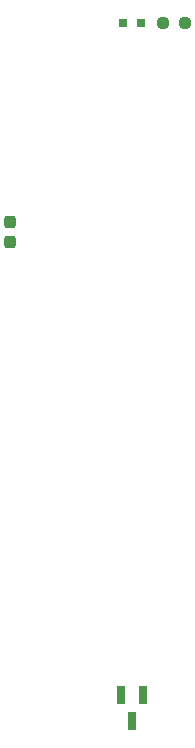
<source format=gbr>
G04 #@! TF.GenerationSoftware,KiCad,Pcbnew,7.0.11+dfsg-1build4*
G04 #@! TF.CreationDate,2024-11-28T13:44:37+09:00*
G04 #@! TF.ProjectId,bionic-mc6809,62696f6e-6963-42d6-9d63-363830392e6b,6*
G04 #@! TF.SameCoordinates,Original*
G04 #@! TF.FileFunction,Paste,Top*
G04 #@! TF.FilePolarity,Positive*
%FSLAX46Y46*%
G04 Gerber Fmt 4.6, Leading zero omitted, Abs format (unit mm)*
G04 Created by KiCad (PCBNEW 7.0.11+dfsg-1build4) date 2024-11-28 13:44:37*
%MOMM*%
%LPD*%
G01*
G04 APERTURE LIST*
G04 Aperture macros list*
%AMRoundRect*
0 Rectangle with rounded corners*
0 $1 Rounding radius*
0 $2 $3 $4 $5 $6 $7 $8 $9 X,Y pos of 4 corners*
0 Add a 4 corners polygon primitive as box body*
4,1,4,$2,$3,$4,$5,$6,$7,$8,$9,$2,$3,0*
0 Add four circle primitives for the rounded corners*
1,1,$1+$1,$2,$3*
1,1,$1+$1,$4,$5*
1,1,$1+$1,$6,$7*
1,1,$1+$1,$8,$9*
0 Add four rect primitives between the rounded corners*
20,1,$1+$1,$2,$3,$4,$5,0*
20,1,$1+$1,$4,$5,$6,$7,0*
20,1,$1+$1,$6,$7,$8,$9,0*
20,1,$1+$1,$8,$9,$2,$3,0*%
G04 Aperture macros list end*
%ADD10RoundRect,0.237500X-0.250000X-0.237500X0.250000X-0.237500X0.250000X0.237500X-0.250000X0.237500X0*%
%ADD11R,0.762000X0.711200*%
%ADD12RoundRect,0.237500X0.237500X-0.300000X0.237500X0.300000X-0.237500X0.300000X-0.237500X-0.300000X0*%
%ADD13R,0.660400X1.625600*%
G04 APERTURE END LIST*
D10*
X116343500Y-71778000D03*
X118168500Y-71778000D03*
D11*
X114474700Y-71778000D03*
X112925300Y-71778000D03*
D12*
X103413000Y-90317800D03*
X103413000Y-88592800D03*
D13*
X114650001Y-128674000D03*
X112749999Y-128674000D03*
X113700000Y-130806000D03*
M02*

</source>
